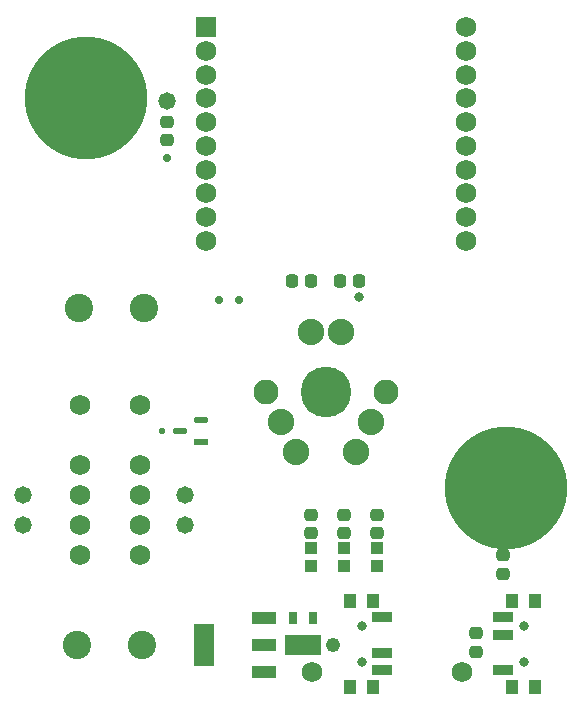
<source format=gts>
G04*
G04 #@! TF.GenerationSoftware,Altium Limited,Altium Designer,20.0.14 (345)*
G04*
G04 Layer_Color=8388736*
%FSLAX25Y25*%
%MOIN*%
G70*
G01*
G75*
G04:AMPARAMS|DCode=18|XSize=48.2mil|YSize=21.18mil|CornerRadius=10.59mil|HoleSize=0mil|Usage=FLASHONLY|Rotation=180.000|XOffset=0mil|YOffset=0mil|HoleType=Round|Shape=RoundedRectangle|*
%AMROUNDEDRECTD18*
21,1,0.04820,0.00000,0,0,180.0*
21,1,0.02702,0.02118,0,0,180.0*
1,1,0.02118,-0.01351,0.00000*
1,1,0.02118,0.01351,0.00000*
1,1,0.02118,0.01351,0.00000*
1,1,0.02118,-0.01351,0.00000*
%
%ADD18ROUNDEDRECTD18*%
%ADD19R,0.04820X0.02118*%
%ADD23R,0.02756X0.03937*%
%ADD30C,0.05800*%
G04:AMPARAMS|DCode=31|XSize=43.43mil|YSize=41.47mil|CornerRadius=12.37mil|HoleSize=0mil|Usage=FLASHONLY|Rotation=180.000|XOffset=0mil|YOffset=0mil|HoleType=Round|Shape=RoundedRectangle|*
%AMROUNDEDRECTD31*
21,1,0.04343,0.01673,0,0,180.0*
21,1,0.01870,0.04147,0,0,180.0*
1,1,0.02473,-0.00935,0.00837*
1,1,0.02473,0.00935,0.00837*
1,1,0.02473,0.00935,-0.00837*
1,1,0.02473,-0.00935,-0.00837*
%
%ADD31ROUNDEDRECTD31*%
%ADD32R,0.03950X0.03950*%
%ADD33R,0.08280X0.04343*%
%ADD34R,0.06706X0.14186*%
%ADD35R,0.05918X0.06509*%
%ADD36R,0.03950X0.04737*%
%ADD37R,0.06706X0.03556*%
G04:AMPARAMS|DCode=38|XSize=43.43mil|YSize=41.47mil|CornerRadius=12.37mil|HoleSize=0mil|Usage=FLASHONLY|Rotation=270.000|XOffset=0mil|YOffset=0mil|HoleType=Round|Shape=RoundedRectangle|*
%AMROUNDEDRECTD38*
21,1,0.04343,0.01673,0,0,270.0*
21,1,0.01870,0.04147,0,0,270.0*
1,1,0.02473,-0.00837,-0.00935*
1,1,0.02473,-0.00837,0.00935*
1,1,0.02473,0.00837,0.00935*
1,1,0.02473,0.00837,-0.00935*
%
%ADD38ROUNDEDRECTD38*%
%ADD39C,0.40945*%
%ADD40R,0.06824X0.06824*%
%ADD41C,0.06824*%
%ADD42C,0.06800*%
%ADD43C,0.03162*%
%ADD44C,0.08300*%
%ADD45C,0.16900*%
%ADD46C,0.08800*%
%ADD47C,0.09461*%
%ADD48C,0.02800*%
%ADD49C,0.02200*%
%ADD50C,0.03200*%
%ADD51C,0.04800*%
D18*
X160613Y195000D02*
D03*
X167387Y198740D02*
D03*
D19*
Y191260D02*
D03*
D23*
X198000Y132500D02*
D03*
X204693D02*
D03*
D30*
X156000Y305000D02*
D03*
X162000Y163500D02*
D03*
X108000Y173500D02*
D03*
X162000D02*
D03*
X108000Y163500D02*
D03*
D31*
X215000Y167051D02*
D03*
Y160949D02*
D03*
X204000Y167051D02*
D03*
Y160949D02*
D03*
X226000D02*
D03*
Y167051D02*
D03*
X268000Y153551D02*
D03*
Y147449D02*
D03*
X156000Y298102D02*
D03*
Y292000D02*
D03*
X259000Y121449D02*
D03*
Y127551D02*
D03*
D32*
X215000Y155952D02*
D03*
Y150047D02*
D03*
X204000D02*
D03*
Y155952D02*
D03*
X226000D02*
D03*
Y150047D02*
D03*
D33*
X188500Y123555D02*
D03*
Y114500D02*
D03*
Y132610D02*
D03*
D34*
X168421Y123555D02*
D03*
D35*
X198350Y123500D02*
D03*
X204650D02*
D03*
D36*
X271201Y138370D02*
D03*
X278799D02*
D03*
Y109630D02*
D03*
X271201D02*
D03*
X224799D02*
D03*
X217201D02*
D03*
Y138370D02*
D03*
X224799D02*
D03*
D37*
X268110Y115142D02*
D03*
Y132858D02*
D03*
Y126953D02*
D03*
X227890Y132858D02*
D03*
Y115142D02*
D03*
Y121047D02*
D03*
D38*
X197949Y245000D02*
D03*
X204051D02*
D03*
X220051D02*
D03*
X213949D02*
D03*
D39*
X269000Y176000D02*
D03*
X129000Y306000D02*
D03*
D40*
X169200Y329500D02*
D03*
D41*
Y321600D02*
D03*
Y313700D02*
D03*
Y305800D02*
D03*
Y297900D02*
D03*
Y290000D02*
D03*
Y282100D02*
D03*
Y274200D02*
D03*
Y266300D02*
D03*
Y258400D02*
D03*
X255800D02*
D03*
Y266300D02*
D03*
Y274200D02*
D03*
Y282100D02*
D03*
Y290000D02*
D03*
Y297900D02*
D03*
Y305800D02*
D03*
Y313700D02*
D03*
Y321600D02*
D03*
Y329500D02*
D03*
X254500Y114500D02*
D03*
X204500D02*
D03*
D42*
X127000Y183500D02*
D03*
Y163500D02*
D03*
Y173500D02*
D03*
Y203500D02*
D03*
Y153500D02*
D03*
X147000Y183500D02*
D03*
Y163500D02*
D03*
Y173500D02*
D03*
Y203500D02*
D03*
Y153500D02*
D03*
D43*
X275000Y129905D02*
D03*
Y118095D02*
D03*
X221000D02*
D03*
Y129905D02*
D03*
D44*
X189000Y208000D02*
D03*
X229000D02*
D03*
D45*
X209000D02*
D03*
D46*
X224000Y198000D02*
D03*
X199000Y188000D02*
D03*
X219000D02*
D03*
X194000Y198000D02*
D03*
X214000Y228000D02*
D03*
X204000D02*
D03*
D47*
X126673Y236000D02*
D03*
X148327D02*
D03*
X126173Y123500D02*
D03*
X147827D02*
D03*
D48*
X173500Y238500D02*
D03*
X180000D02*
D03*
X156000Y286000D02*
D03*
D49*
X154500Y195000D02*
D03*
D50*
X220000Y239500D02*
D03*
D51*
X211500Y123500D02*
D03*
M02*

</source>
